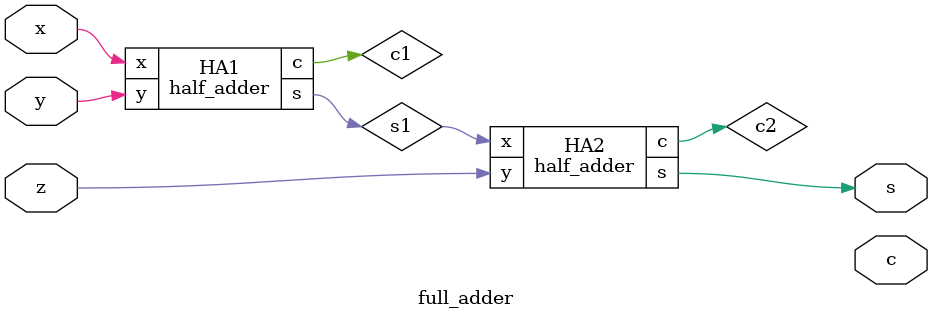
<source format=v>
module half_adder(
    output s,c,
    input x, y
);
    xor(s, x, y);
    and(c, x, y);

endmodule

module full_adder(
    output s,c,
    input x, y, z  
);
    wire s1, c1, c2;
    half_adder HA1(s1, c1, x, y);
    half_adder HA2(s, c2, s1, z);

endmodule
</source>
